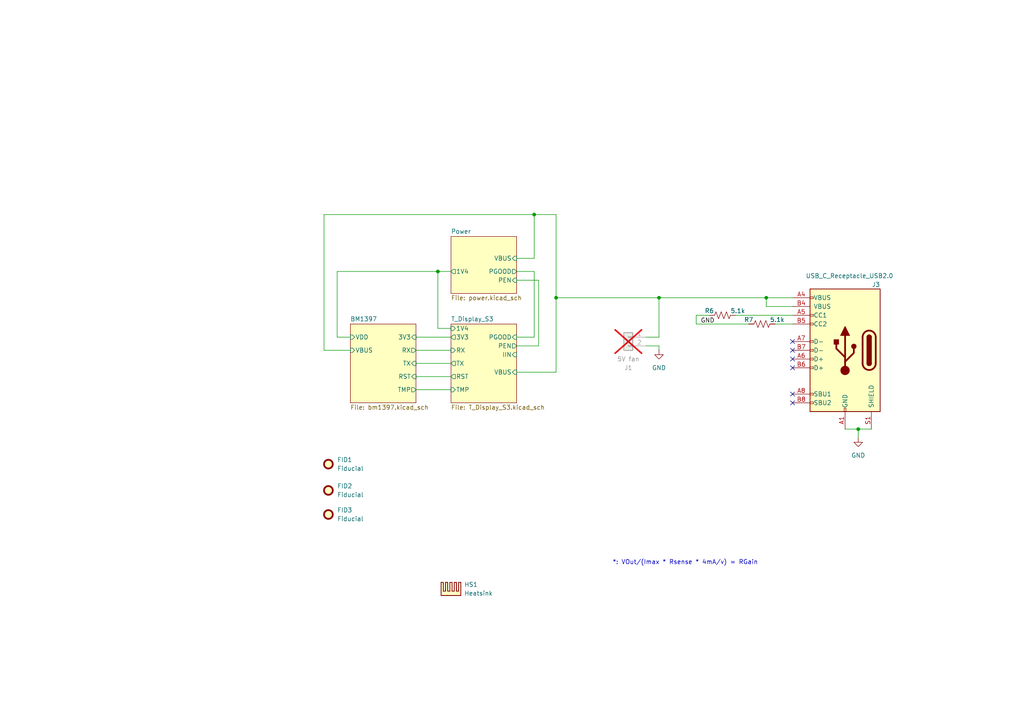
<source format=kicad_sch>
(kicad_sch (version 20231120) (generator "eeschema") (generator_version "8.0")
  (paper "A4")
  (title_block (title "NerdNOS") (date "2024-04-05") (rev "1"))
  (lib_symbols
    (symbol "Connector_Generic:Conn_01x02" (pin_names (offset 1.016) hide)
      (property "Reference" "J" (at 0 2.54 0))
      (property "Value" "Conn_01x02" (at 0 -5.08 0))
      (symbol "Conn_01x02_1_1"
        (rectangle (start -1.27 -2.413) (end 0 -2.667) (stroke (width 0.1524)))
        (rectangle (start -1.27 0.127) (end 0 -0.127) (stroke (width 0.1524)))
        (rectangle (start -1.27 1.27) (end 1.27 -3.81) (stroke (width 0.254)) (fill (type background)))
        (pin passive line (at -5.08 0 0) (length 3.81) (name "Pin_1") (number "1"))
        (pin passive line (at -5.08 -2.54 0) (length 3.81) (name "Pin_2") (number "2"))
      )
    )
    (symbol "Device:R_US" (pin_numbers hide) (pin_names (offset 0))
      (property "Reference" "R" (at 2.54 0 90))
      (property "Value" "R_US" (at -2.54 0 90))
      (symbol "R_US_0_1"
        (polyline (pts (xy 0 -2.286) (xy 0 -2.54)))
        (polyline (pts (xy 0 2.286) (xy 0 2.54)))
        (polyline (pts (xy 0 -0.762) (xy 1.016 -1.143) (xy 0 -1.524) (xy -1.016 -1.905) (xy 0 -2.286)))
        (polyline (pts (xy 0 0.762) (xy 1.016 0.381) (xy 0 0) (xy -1.016 -0.381) (xy 0 -0.762)))
        (polyline (pts (xy 0 2.286) (xy 1.016 1.905) (xy 0 1.524) (xy -1.016 1.143) (xy 0 0.762)))
      )
      (symbol "R_US_1_1"
        (pin passive line (at 0 3.81 270) (length 1.27) (name "~") (number "1"))
        (pin passive line (at 0 -3.81 90) (length 1.27) (name "~") (number "2"))
      )
    )
    (symbol "Mechanical:Fiducial" (exclude_from_sim yes) (in_bom no)
      (property "Reference" "FID" (at 0 5.08 0))
      (property "Value" "Fiducial" (at 0 3.175 0))
      (symbol "Fiducial_0_1"
        (circle (center 0 0) (radius 1.27) (stroke (width 0.508)) (fill (type background)))
      )
    )
    (symbol "Mechanical:Heatsink" (pin_names (offset 1.016)) (exclude_from_sim yes)
      (property "Reference" "HS" (at 0 5.08 0))
      (property "Value" "Heatsink" (at 0 -1.27 0))
      (symbol "Heatsink_0_1"
        (polyline (pts (xy -0.3302 1.27) (xy -0.9652 1.27) (xy -0.9652 3.81) (xy -1.6002 3.81) (xy -1.6002 1.27) (xy -2.2352 1.27) (xy -2.2352 3.81) (xy -2.8702 3.81) (xy -2.8702 0) (xy -0.9652 0)) (stroke (width 0.254)) (fill (type background)))
        (polyline (pts (xy -0.3302 1.27) (xy -0.3302 3.81) (xy 0.3048 3.81) (xy 0.3048 1.27) (xy 0.9398 1.27) (xy 0.9398 3.81) (xy 1.5748 3.81) (xy 1.5748 1.27) (xy 2.2098 1.27) (xy 2.2098 3.81) (xy 2.8448 3.81) (xy 2.8448 0) (xy -0.9652 0)) (stroke (width 0.254)) (fill (type background)))
      )
    )
    (symbol "bitaxe:USB_C_Receptacle_USB2.0" (pin_names (offset 1.016))
      (property "Reference" "J" (at -10.16 19.05 0))
      (property "Value" "USB_C_Receptacle_USB2.0" (at 19.05 19.05 0))
      (symbol "USB_C_Receptacle_USB2.0_0_0"
        (rectangle (start -0.254 -17.78) (end 0.254 -16.764))
        (rectangle (start 10.16 -14.986) (end 9.144 -15.494))
        (rectangle (start 10.16 -12.446) (end 9.144 -12.954))
        (rectangle (start 10.16 -4.826) (end 9.144 -5.334))
        (rectangle (start 10.16 -2.286) (end 9.144 -2.794))
        (rectangle (start 10.16 0.254) (end 9.144 -0.254))
        (rectangle (start 10.16 2.794) (end 9.144 2.286))
        (rectangle (start 10.16 7.874) (end 9.144 7.366))
        (rectangle (start 10.16 10.414) (end 9.144 9.906))
        (rectangle (start 10.16 15.494) (end 9.144 14.986))
      )
      (symbol "USB_C_Receptacle_USB2.0_0_1"
        (rectangle (start -10.16 17.78) (end 10.16 -17.78) (stroke (width 0.254)) (fill (type background)))
        (arc (start -8.89 -3.81) (mid -6.985 -5.7067) (end -5.08 -3.81) (stroke (width 0.508)))
        (arc (start -7.62 -3.81) (mid -6.985 -4.4423) (end -6.35 -3.81) (stroke (width 0.254)))
        (arc (start -7.62 -3.81) (mid -6.985 -4.4423) (end -6.35 -3.81) (stroke (width 0.254)) (fill (type outline)))
        (rectangle (start -7.62 -3.81) (end -6.35 3.81) (stroke (width 0.254)) (fill (type outline)))
        (arc (start -6.35 3.81) (mid -6.985 4.4423) (end -7.62 3.81) (stroke (width 0.254)))
        (arc (start -6.35 3.81) (mid -6.985 4.4423) (end -7.62 3.81) (stroke (width 0.254)) (fill (type outline)))
        (arc (start -5.08 3.81) (mid -6.985 5.7067) (end -8.89 3.81) (stroke (width 0.508)))
        (circle (center -2.54 1.143) (radius 0.635) (stroke (width 0.254)) (fill (type outline)))
        (circle (center 0 -5.842) (radius 1.27) (fill (type outline)))
        (polyline (pts (xy -8.89 -3.81) (xy -8.89 3.81)) (stroke (width 0.508)))
        (polyline (pts (xy -5.08 3.81) (xy -5.08 -3.81)) (stroke (width 0.508)))
        (polyline (pts (xy 0 -5.842) (xy 0 4.318)) (stroke (width 0.508)))
        (polyline (pts (xy 0 -3.302) (xy -2.54 -0.762) (xy -2.54 0.508)) (stroke (width 0.508)))
        (polyline (pts (xy 0 -2.032) (xy 2.54 0.508) (xy 2.54 1.778)) (stroke (width 0.508)))
        (polyline (pts (xy -1.27 4.318) (xy 0 6.858) (xy 1.27 4.318) (xy -1.27 4.318)) (stroke (width 0.254)) (fill (type outline)))
        (rectangle (start 1.905 1.778) (end 3.175 3.048) (stroke (width 0.254)) (fill (type outline)))
      )
      (symbol "USB_C_Receptacle_USB2.0_1_1"
        (pin passive line (at 0 -22.86 90) (length 5.08) (name "GND") (number "A1"))
        (pin power_out line (at 15.24 15.24 180) (length 5.08) (name "VBUS") (number "A4"))
        (pin bidirectional line (at 15.24 10.16 180) (length 5.08) (name "CC1") (number "A5"))
        (pin bidirectional line (at 15.24 -2.54 180) (length 5.08) (name "D+") (number "A6"))
        (pin bidirectional line (at 15.24 2.54 180) (length 5.08) (name "D-") (number "A7"))
        (pin bidirectional line (at 15.24 -12.7 180) (length 5.08) (name "SBU1") (number "A8"))
        (pin passive line (at 0 -22.86 90) (length 5.08) hide (name "GND") (number "B1"))
        (pin passive line (at 15.24 12.7 180) (length 5.08) (name "VBUS") (number "B4"))
        (pin bidirectional line (at 15.24 7.62 180) (length 5.08) (name "CC2") (number "B5"))
        (pin bidirectional line (at 15.24 -5.08 180) (length 5.08) (name "D+") (number "B6"))
        (pin bidirectional line (at 15.24 0 180) (length 5.08) (name "D-") (number "B7"))
        (pin bidirectional line (at 15.24 -15.24 180) (length 5.08) (name "SBU2") (number "B8"))
        (pin passive line (at -7.62 -22.86 90) (length 5.08) (name "SHIELD") (number "S1"))
      )
    )
    (symbol "power:GND" (power) (pin_numbers hide) (pin_names (offset 0) hide)
      (property "Value" "GND" (at 0 -3.81 0))
      (symbol "GND_0_1"
        (polyline (pts (xy 0 0) (xy 0 -1.27) (xy 1.27 -1.27) (xy 0 -2.54) (xy -1.27 -1.27) (xy 0 -1.27)))
      )
      (symbol "GND_1_1"
        (pin power_in line (at 0 0 270) (length 0) (name "~") (number "1"))
      )
    )
  )
  (junction (at 161.29 86.36))
  (junction (at 154.94 62.23))
  (junction (at 191.135 86.36))
  (junction (at 248.92 124.46))
  (junction (at 127 78.74))
  (junction (at 222.25 86.36))
  (no_connect (at 229.87 101.6))
  (no_connect (at 229.87 99.06))
  (no_connect (at 229.87 106.68))
  (no_connect (at 229.87 114.3))
  (no_connect (at 229.87 104.14))
  (no_connect (at 229.87 116.84))
  (wire (pts (xy 156.21 81.28) (xy 149.86 81.28)))
  (wire (pts (xy 191.135 100.33) (xy 187.325 100.33)))
  (wire (pts (xy 120.65 113.03) (xy 130.81 113.03)))
  (wire (pts (xy 224.79 93.98) (xy 229.87 93.98)))
  (wire (pts (xy 93.98 101.6) (xy 101.6 101.6)))
  (wire (pts (xy 120.65 109.22) (xy 130.81 109.22)))
  (wire (pts (xy 217.17 93.98) (xy 201.93 93.98)))
  (wire (pts (xy 154.94 74.93) (xy 154.94 62.23)))
  (wire (pts (xy 130.81 78.74) (xy 127 78.74)))
  (wire (pts (xy 201.93 93.98) (xy 201.93 91.44)))
  (wire (pts (xy 93.98 62.23) (xy 93.98 101.6)))
  (wire (pts (xy 191.135 86.36) (xy 222.25 86.36)))
  (wire (pts (xy 120.65 101.6) (xy 130.81 101.6)))
  (wire (pts (xy 120.65 105.41) (xy 130.81 105.41)))
  (wire (pts (xy 222.25 86.36) (xy 222.25 88.9)))
  (wire (pts (xy 222.25 88.9) (xy 229.87 88.9)))
  (wire (pts (xy 161.29 86.36) (xy 191.135 86.36)))
  (wire (pts (xy 93.98 62.23) (xy 154.94 62.23)))
  (wire (pts (xy 187.325 97.79) (xy 191.135 97.79)))
  (wire (pts (xy 213.36 91.44) (xy 229.87 91.44)))
  (wire (pts (xy 130.81 95.25) (xy 127 95.25)))
  (wire (pts (xy 120.65 97.79) (xy 130.81 97.79)))
  (wire (pts (xy 156.21 100.33) (xy 156.21 81.28)))
  (wire (pts (xy 149.86 107.95) (xy 161.29 107.95)))
  (wire (pts (xy 191.135 97.79) (xy 191.135 86.36)))
  (wire (pts (xy 191.135 101.6) (xy 191.135 100.33)))
  (wire (pts (xy 248.92 124.46) (xy 248.92 127)))
  (wire (pts (xy 154.94 97.79) (xy 154.94 78.74)))
  (wire (pts (xy 97.79 78.74) (xy 97.79 97.79)))
  (wire (pts (xy 161.29 62.23) (xy 154.94 62.23)))
  (wire (pts (xy 154.94 78.74) (xy 149.86 78.74)))
  (wire (pts (xy 149.86 97.79) (xy 154.94 97.79)))
  (wire (pts (xy 127 78.74) (xy 97.79 78.74)))
  (wire (pts (xy 161.29 62.23) (xy 161.29 86.36)))
  (wire (pts (xy 161.29 86.36) (xy 161.29 107.95)))
  (wire (pts (xy 245.11 124.46) (xy 248.92 124.46)))
  (wire (pts (xy 149.86 74.93) (xy 154.94 74.93)))
  (wire (pts (xy 97.79 97.79) (xy 101.6 97.79)))
  (wire (pts (xy 248.92 124.46) (xy 252.73 124.46)))
  (wire (pts (xy 201.93 91.44) (xy 205.74 91.44)))
  (wire (pts (xy 222.25 86.36) (xy 229.87 86.36)))
  (wire (pts (xy 149.86 100.33) (xy 156.21 100.33)))
  (wire (pts (xy 127 95.25) (xy 127 78.74)))
  (text "*: VOut/(Imax * Rsense * 4mA/v) = RGain" (at 198.755 163.195 0) (effects (font (size 1.27 1.27))))
  (label "GND" (at 203.2 93.98 0))
  (symbol (lib_id "Mechanical:Heatsink") (at 130.81 172.72 0) (unit 1) (exclude_from_sim yes)
    (property "Reference" "HS1" (at 134.62 169.5449 0) (effects (justify left)))
    (property "Value" "Heatsink" (at 134.62 172.0849 0) (effects (justify left)))
    (property "Footprint" "myfootprints:960-19-15-F-AB-0" (effects (hide yes)))
    (property "Description" "Heatsink" (effects (hide yes)))
    (property "DK" "345-1745-ND" (effects (hide yes)))
  )
  (symbol (lib_id "bitaxe:USB_C_Receptacle_USB2.0") (at 245.11 101.6 0) (mirror y) (unit 1)
    (property "Reference" "J3" (at 255.27 82.55 0) (effects (justify left)))
    (property "Value" "USB_C_Receptacle_USB2.0" (at 233.68 80.01 0) (effects (justify right)))
    (property "Footprint" "Connector_USB:USB_C_Receptacle_GCT_USB4105-xx-A_16P_TopMnt_Horizontal" (effects (hide yes)))
    (property "Datasheet" "https://www.usb.org/sites/default/files/documents/usb_type-c.zip" (effects (hide yes)))
    (property "Description" "USB 2.0-only Type-C Receptacle connector" (effects (hide yes)))
    (property "DK" "2073-USB4105-GF-ACT-ND" (effects (hide yes)))
    (property "PARTNO" "USB4105-GF-A" (effects (hide yes)))
  )
  (symbol (lib_id "power:GND") (at 248.92 127 0) (unit 1)
    (property "Reference" "#PWR04" (effects (hide yes)))
    (property "Value" "GND" (at 248.92 132.08 0))
    (property "Description" "Power symbol creates a global label with name \"GND\" , ground" (effects (hide yes)))
  )
  (symbol (lib_id "Device:R_US") (at 209.55 91.44 90) (unit 1)
    (property "Reference" "R6" (at 205.74 90.17 90))
    (property "Value" "5.1k" (at 213.995 90.17 90))
    (property "Footprint" "Resistor_SMD:R_0402_1005Metric" (effects (hide yes)))
    (property "DK" "RMCF0402JT5K10CT-ND" (effects (hide yes)))
    (property "PARTNO" "RMCF0402JT5K10" (effects (hide yes)))
  )
  (symbol (lib_id "Mechanical:Fiducial") (at 95.25 142.24 0) (unit 1) (exclude_from_sim yes) (in_bom no)
    (property "Reference" "FID2" (at 97.79 140.9699 0) (effects (justify left)))
    (property "Value" "Fiducial" (at 97.79 143.5099 0) (effects (justify left)))
    (property "Footprint" "Fiducial:Fiducial_1mm_Mask2mm" (effects (hide yes)))
    (property "Description" "Fiducial Marker" (effects (hide yes)))
  )
  (symbol (lib_id "power:GND") (at 191.135 101.6 0) (unit 1)
    (property "Reference" "#PWR09" (effects (hide yes)))
    (property "Value" "GND" (at 191.135 106.68 0))
    (property "Description" "Power symbol creates a global label with name \"GND\" , ground" (effects (hide yes)))
  )
  (symbol (lib_id "Device:R_US") (at 220.98 93.98 90) (unit 1)
    (property "Reference" "R7" (at 217.17 92.71 90))
    (property "Value" "5.1k" (at 225.425 92.71 90))
    (property "Footprint" "Resistor_SMD:R_0402_1005Metric" (effects (hide yes)))
    (property "DK" "RMCF0402JT5K10CT-ND" (effects (hide yes)))
    (property "PARTNO" "RMCF0402JT5K10" (effects (hide yes)))
  )
  (symbol (lib_id "Mechanical:Fiducial") (at 95.25 134.62 0) (unit 1) (exclude_from_sim yes) (in_bom no)
    (property "Reference" "FID1" (at 97.79 133.3499 0) (effects (justify left)))
    (property "Value" "Fiducial" (at 97.79 135.8899 0) (effects (justify left)))
    (property "Footprint" "Fiducial:Fiducial_1mm_Mask2mm" (effects (hide yes)))
    (property "Description" "Fiducial Marker" (effects (hide yes)))
  )
  (symbol (lib_id "Mechanical:Fiducial") (at 95.25 149.225 0) (unit 1) (exclude_from_sim yes) (in_bom no)
    (property "Reference" "FID3" (at 97.79 147.9549 0) (effects (justify left)))
    (property "Value" "Fiducial" (at 97.79 150.4949 0) (effects (justify left)))
    (property "Footprint" "Fiducial:Fiducial_1mm_Mask2mm" (effects (hide yes)))
    (property "Description" "Fiducial Marker" (effects (hide yes)))
  )
  (symbol (lib_id "Connector_Generic:Conn_01x02") (at 182.245 97.79 0) (mirror y) (unit 1) (in_bom no) (dnp yes)
    (property "Reference" "J1" (at 182.245 106.68 0))
    (property "Value" "5V fan" (at 182.245 104.14 0))
    (property "Footprint" "Connector_PinHeader_2.54mm:PinHeader_1x02_P2.54mm_Vertical" (effects (hide yes)))
    (property "Description" "Generic connector, single row, 01x02, script generated (kicad-library-utils/schlib/autogen/connector/)" (effects (hide yes)))
  )
  (sheet (at 101.6 93.98) (size 19.05 22.86) (stroke (width 0.1524)) (fill (color 255 255 194 1.0000))
    (property "Sheetname" "BM1397" (at 101.6 93.2684 0) (effects (justify left bottom)))
    (property "Sheetfile" "bm1397.kicad_sch" (at 101.6 117.4246 0) (effects (justify left top)))
    (pin "VDD" input (at 101.6 97.79 180))
    (pin "TX" input (at 120.65 105.41 0))
    (pin "3V3" input (at 120.65 97.79 0))
    (pin "RX" output (at 120.65 101.6 0))
    (pin "RST" input (at 120.65 109.22 0))
    (pin "VBUS" input (at 101.6 101.6 180))
    (pin "TMP" output (at 120.65 113.03 0))
  )
  (sheet (at 130.81 68.58) (size 19.05 16.51) (stroke (width 0.1524)) (fill (color 255 255 194 1.0000))
    (property "Sheetname" "Power" (at 130.81 67.8684 0) (effects (justify left bottom)))
    (property "Sheetfile" "power.kicad_sch" (at 130.81 85.6746 0) (effects (justify left top)))
    (pin "VBUS" input (at 149.86 74.93 0))
    (pin "1V4" output (at 130.81 78.74 180))
    (pin "PGOOD" output (at 149.86 78.74 0))
    (pin "PEN" input (at 149.86 81.28 0))
  )
  (sheet (at 130.81 93.98) (size 19.05 22.86) (stroke (width 0.1524)) (fill (color 255 255 194 1.0000))
    (property "Sheetname" "T_Display_S3" (at 130.81 93.2684 0) (effects (justify left bottom)))
    (property "Sheetfile" "T_Display_S3.kicad_sch" (at 130.81 117.4246 0) (effects (justify left top)))
    (pin "VBUS" input (at 149.86 107.95 0))
    (pin "RX" input (at 130.81 101.6 180))
    (pin "TX" output (at 130.81 105.41 180))
    (pin "RST" output (at 130.81 109.22 180))
    (pin "3V3" output (at 130.81 97.79 180))
    (pin "TMP" input (at 130.81 113.03 180))
    (pin "PGOOD" input (at 149.86 97.79 0))
    (pin "PEN" output (at 149.86 100.33 0))
    (pin "IIN" input (at 149.86 102.87 0))
    (pin "1V4" input (at 130.81 95.25 180))
  )
)
</source>
